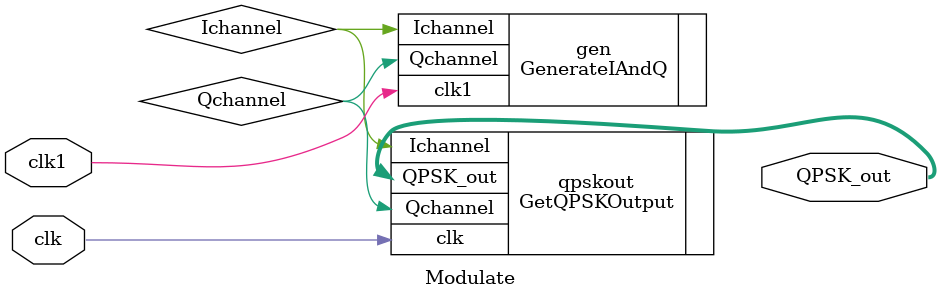
<source format=v>
module Modulate(clk, clk1, QPSK_out);
  input clk, clk1;  
  output wire signed [9:0] QPSK_out;
  wire Ichannel, Qchannel; 
  GenerateIAndQ gen(.clk1(clk1), .Ichannel(Ichannel), .Qchannel(Qchannel));
  GetQPSKOutput qpskout(.clk(clk), .Ichannel(Ichannel), .Qchannel(Qchannel), .QPSK_out(QPSK_out));
endmodule

</source>
